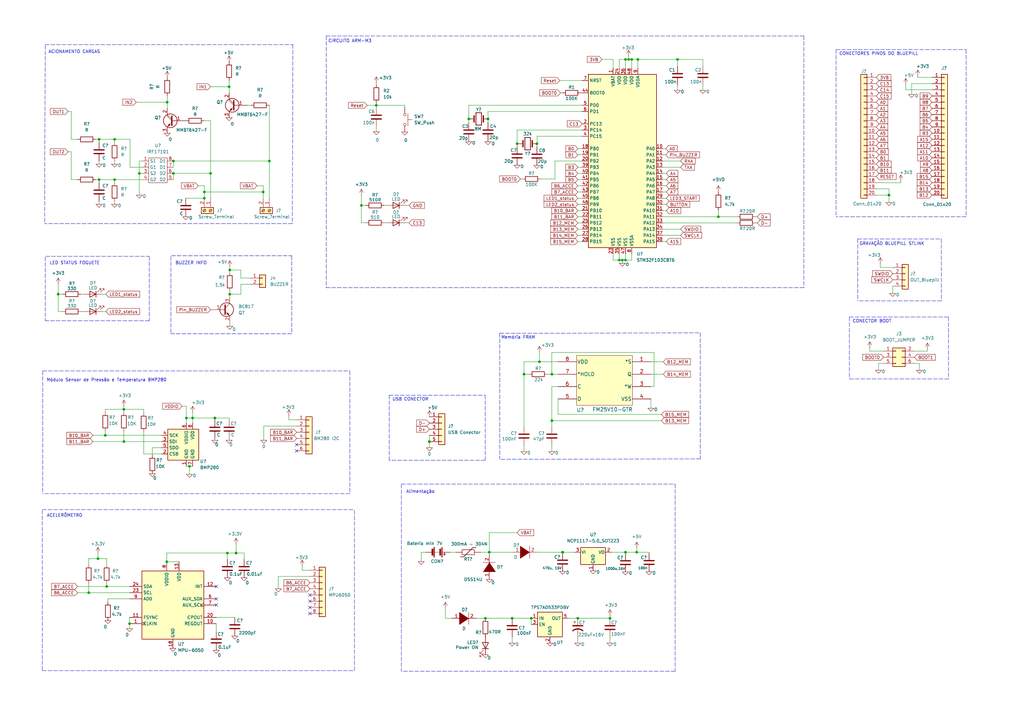
<source format=kicad_sch>
(kicad_sch (version 20211123) (generator eeschema)
  (paper "A3")
  (junction (at 50.8 181.102))
  (junction (at 94.234 120.65))
  (junction (at 261.62 24.384))
  (junction (at 176.0982 181.1274))
  (junction (at 277.876 24.384))
  (junction (at 212.09 58.928))
  (junction (at 250.19 253.5936))
  (junction (at 40.64 57.15))
  (junction (at 294.64 88.9))
  (junction (at 214.9094 153.4668))
  (junction (at 40.1828 229.108))
  (junction (at 110.49 66.04))
  (junction (at 94.234 110.744))
  (junction (at 86.36 71.12))
  (junction (at 88.138 171.45))
  (junction (at 261.1374 226.4918))
  (junction (at 256.54 226.4918))
  (junction (at 226.3394 172.5168))
  (junction (at 364.617 80.01))
  (junction (at 221.2594 148.3868))
  (junction (at 200.6854 226.4918))
  (junction (at 148.2344 84.2518))
  (junction (at 83.82 78.74))
  (junction (at 257.81 24.384))
  (junction (at 40.64 73.66))
  (junction (at 192.278 48.768))
  (junction (at 230.7336 226.4918))
  (junction (at 77.724 191.262))
  (junction (at 57.15 71.12))
  (junction (at 43.7388 240.538))
  (junction (at 255.27 106.68))
  (junction (at 71.12 71.12))
  (junction (at 230.759 226.4918))
  (junction (at 83.82 81.28))
  (junction (at 96.8248 226.822))
  (junction (at 256.54 24.384))
  (junction (at 220.218 58.928))
  (junction (at 200.152 48.768))
  (junction (at 53.1368 255.778))
  (junction (at 43.18 178.562))
  (junction (at 68.3768 230.378))
  (junction (at 46.99 73.66))
  (junction (at 107.95 78.74))
  (junction (at 254 106.68))
  (junction (at 76.454 171.45))
  (junction (at 71.12 66.04))
  (junction (at 78.994 171.45))
  (junction (at 176.1236 181.1274))
  (junction (at 154.3558 43.2054))
  (junction (at 199.0852 253.5936))
  (junction (at 259.08 24.384))
  (junction (at 23.876 120.65))
  (junction (at 236.982 253.5936))
  (junction (at 226.3394 153.4668))
  (junction (at 93.98 35.56))
  (junction (at 68.58 41.91))
  (junction (at 256.54 106.68))
  (junction (at 36.3728 243.078))
  (junction (at 93.2688 226.822))
  (junction (at 217.932 253.5936))
  (junction (at 50.8 167.894))
  (junction (at 46.99 57.15))
  (junction (at 210.058 253.5936))
  (no_connect (at 88.6968 240.538))
  (no_connect (at 127.1016 251.6632))
  (no_connect (at 121.666 184.912))
  (no_connect (at 127.1016 249.1232))
  (no_connect (at 127.1016 246.5832))
  (no_connect (at 88.6968 245.618))
  (no_connect (at 121.666 182.372))
  (no_connect (at 88.6968 248.158))
  (no_connect (at 127.1016 244.0432))
  (wire (pts (xy 121.666 172.212) (xy 118.491 172.212)))
  (wire (pts (xy 220.218 58.928) (xy 220.2688 58.9026)))
  (wire (pts (xy 200.152 48.768) (xy 200.152 50.292)))
  (wire (pts (xy 46.99 57.15) (xy 46.99 58.42)))
  (wire (pts (xy 83.82 78.74) (xy 83.82 76.2)))
  (wire (pts (xy 98.806 116.586) (xy 102.616 116.586)))
  (wire (pts (xy 40.64 73.66) (xy 40.64 74.93)))
  (wire (pts (xy 261.62 24.384) (xy 277.876 24.384)))
  (wire (pts (xy 166.0398 43.9674) (xy 166.0398 43.2054)))
  (wire (pts (xy 229.616 33.02) (xy 238.76 33.02)))
  (wire (pts (xy 83.82 81.28) (xy 76.2 81.28)))
  (wire (pts (xy 46.99 73.66) (xy 40.64 73.66)))
  (wire (pts (xy 236.982 73.66) (xy 238.76 73.66)))
  (polyline (pts (xy 133.7818 14.7574) (xy 329.7174 14.7574)))
  (wire (pts (xy 273.304 86.36) (xy 271.78 86.36)))
  (polyline (pts (xy 276.8854 275.2852) (xy 164.6428 275.2852)))
  (wire (pts (xy 197.1294 226.4918) (xy 200.6854 226.4918)))
  (wire (pts (xy 29.21 57.15) (xy 29.21 45.72)))
  (wire (pts (xy 43.18 167.894) (xy 50.8 167.894)))
  (wire (pts (xy 98.806 116.586) (xy 98.806 120.65)))
  (wire (pts (xy 93.98 171.45) (xy 88.138 171.45)))
  (wire (pts (xy 255.27 106.68) (xy 255.27 107.95)))
  (wire (pts (xy 214.9094 153.4668) (xy 214.9094 175.0568)))
  (wire (pts (xy 31.75 57.15) (xy 29.21 57.15)))
  (wire (pts (xy 83.82 76.2) (xy 81.28 76.2)))
  (wire (pts (xy 236.982 63.5) (xy 238.76 63.5)))
  (wire (pts (xy 360.3244 149.0726) (xy 360.3244 151.8666)))
  (wire (pts (xy 68.3768 226.822) (xy 93.2688 226.822)))
  (wire (pts (xy 57.15 66.04) (xy 57.15 71.12)))
  (polyline (pts (xy 145.3896 275.0312) (xy 145.3896 208.9912)))
  (wire (pts (xy 200.6854 218.44) (xy 212.09 218.44)))
  (wire (pts (xy 154.3558 42.3164) (xy 154.3558 43.2054)))
  (wire (pts (xy 23.876 120.65) (xy 23.876 127.762)))
  (wire (pts (xy 210.058 261.2136) (xy 210.058 263.7536)))
  (wire (pts (xy 220.2688 55.8546) (xy 220.2688 58.9026)))
  (wire (pts (xy 254 27.94) (xy 254 24.384)))
  (wire (pts (xy 166.2684 84.2518) (xy 167.7924 84.2518)))
  (polyline (pts (xy 61.214 105.156) (xy 61.214 131.572)))
  (wire (pts (xy 230.7336 226.4918) (xy 230.7336 226.7204)))
  (wire (pts (xy 71.12 66.04) (xy 71.12 68.58)))
  (wire (pts (xy 266.9794 158.5468) (xy 268.2494 158.5468)))
  (wire (pts (xy 238.76 66.04) (xy 227.6348 66.04)))
  (wire (pts (xy 250.19 261.2136) (xy 250.19 263.7536)))
  (wire (pts (xy 309.88 88.9) (xy 310.642 88.9)))
  (wire (pts (xy 88.138 171.45) (xy 88.138 172.212)))
  (polyline (pts (xy 143.51 202.438) (xy 17.526 202.438)))
  (wire (pts (xy 53.34 57.15) (xy 53.34 68.58)))
  (wire (pts (xy 236.982 78.74) (xy 238.76 78.74)))
  (wire (pts (xy 236.982 76.2) (xy 238.76 76.2)))
  (wire (pts (xy 294.64 86.36) (xy 294.64 88.9)))
  (wire (pts (xy 107.95 76.2) (xy 105.41 76.2)))
  (wire (pts (xy 27.94 45.72) (xy 29.21 45.72)))
  (polyline (pts (xy 119.634 136.906) (xy 70.104 136.906)))
  (wire (pts (xy 98.806 114.046) (xy 98.806 110.744)))
  (wire (pts (xy 76.454 166.624) (xy 74.676 166.624)))
  (wire (pts (xy 376.428 31.75) (xy 382.27 31.75)))
  (wire (pts (xy 375.0564 143.9926) (xy 380.3904 143.9926)))
  (wire (pts (xy 251.46 27.94) (xy 251.46 24.384)))
  (wire (pts (xy 43.18 178.562) (xy 38.1 178.562)))
  (wire (pts (xy 154.3558 51.8414) (xy 154.3558 54.0004)))
  (wire (pts (xy 217.932 253.5936) (xy 217.932 256.1336)))
  (wire (pts (xy 256.54 226.4918) (xy 256.54 226.949)))
  (wire (pts (xy 176.1236 183.6674) (xy 176.1236 181.1274)))
  (polyline (pts (xy 287.1978 188.214) (xy 205.0034 188.3918)))
  (wire (pts (xy 256.54 27.94) (xy 256.54 24.384)))
  (wire (pts (xy 58.928 177.038) (xy 58.928 186.182)))
  (wire (pts (xy 254 24.384) (xy 256.54 24.384)))
  (wire (pts (xy 213.4362 73.406) (xy 214.1982 73.406)))
  (polyline (pts (xy 133.7818 14.7066) (xy 133.7818 117.9576)))
  (polyline (pts (xy 18.542 18.542) (xy 18.288 91.694)))
  (wire (pts (xy 200.6854 227.5078) (xy 200.6854 226.4918)))
  (wire (pts (xy 36.3728 231.648) (xy 36.3728 229.108)))
  (polyline (pts (xy 17.526 152.146) (xy 143.51 152.146)))
  (wire (pts (xy 288.29 24.384) (xy 288.29 27.178)))
  (wire (pts (xy 93.98 35.56) (xy 93.98 38.1)))
  (wire (pts (xy 57.15 71.12) (xy 57.15 80.01)))
  (wire (pts (xy 271.78 88.9) (xy 294.64 88.9)))
  (wire (pts (xy 25.654 120.65) (xy 23.876 120.65)))
  (wire (pts (xy 184.6834 226.4918) (xy 186.9694 226.4918)))
  (wire (pts (xy 200.6854 218.44) (xy 200.6854 226.4918)))
  (polyline (pts (xy 342.9 20.32) (xy 396.24 20.32)))
  (polyline (pts (xy 17.526 152.146) (xy 17.526 202.438)))
  (wire (pts (xy 58.928 167.894) (xy 58.928 169.418)))
  (wire (pts (xy 371.475 36.83) (xy 371.475 34.671)))
  (wire (pts (xy 236.982 91.44) (xy 238.76 91.44)))
  (wire (pts (xy 256.54 106.68) (xy 259.08 106.68)))
  (wire (pts (xy 94.234 133.858) (xy 94.234 132.08)))
  (wire (pts (xy 254 106.68) (xy 255.27 106.68)))
  (wire (pts (xy 288.29 34.798) (xy 288.29 37.084)))
  (wire (pts (xy 236.982 96.52) (xy 238.76 96.52)))
  (wire (pts (xy 246.888 24.384) (xy 251.46 24.384)))
  (wire (pts (xy 94.234 120.65) (xy 94.234 119.38)))
  (wire (pts (xy 50.8 181.102) (xy 38.1 181.102)))
  (wire (pts (xy 226.3394 144.5768) (xy 226.3394 153.4668)))
  (wire (pts (xy 27.94 62.23) (xy 29.21 62.23)))
  (polyline (pts (xy 159.6136 162.0774) (xy 198.9836 162.0774)))
  (wire (pts (xy 86.36 127) (xy 86.614 127)))
  (wire (pts (xy 71.12 71.12) (xy 71.12 73.66)))
  (polyline (pts (xy 329.7174 117.9576) (xy 133.7818 117.9576)))
  (wire (pts (xy 78.994 169.164) (xy 78.994 171.45)))
  (wire (pts (xy 195.4276 253.619) (xy 199.0852 253.5936)))
  (wire (pts (xy 236.982 71.12) (xy 238.76 71.12)))
  (polyline (pts (xy 396.24 20.32) (xy 396.24 88.9)))
  (wire (pts (xy 259.08 106.68) (xy 259.08 104.14)))
  (wire (pts (xy 226.3394 158.5468) (xy 228.8794 158.5468)))
  (wire (pts (xy 220.3958 226.4664) (xy 230.7336 226.4918)))
  (wire (pts (xy 227.6348 73.406) (xy 221.8182 73.406)))
  (wire (pts (xy 273.304 83.82) (xy 271.78 83.82)))
  (polyline (pts (xy 17.3736 208.9912) (xy 145.3896 208.9912)))
  (wire (pts (xy 250.8758 226.4918) (xy 256.54 226.4918)))
  (polyline (pts (xy 287.1978 136.525) (xy 287.1978 188.214)))
  (wire (pts (xy 226.3394 175.0568) (xy 226.3394 172.5168)))
  (polyline (pts (xy 198.9836 188.7474) (xy 159.6136 188.7474)))
  (wire (pts (xy 236.982 253.5936) (xy 250.19 253.5936)))
  (polyline (pts (xy 198.9836 162.0774) (xy 198.9836 188.7474)))
  (wire (pts (xy 272.0594 153.4668) (xy 266.9794 153.4668)))
  (wire (pts (xy 176.1236 178.5874) (xy 176.1236 181.1274)))
  (wire (pts (xy 185.2676 253.619) (xy 182.6768 253.619)))
  (wire (pts (xy 43.7388 240.538) (xy 53.1368 240.538)))
  (wire (pts (xy 266.2174 226.4918) (xy 261.1374 226.4918)))
  (wire (pts (xy 210.058 253.5936) (xy 217.932 253.5936)))
  (polyline (pts (xy 159.6136 162.0774) (xy 159.6136 188.7474)))
  (wire (pts (xy 78.994 171.45) (xy 88.138 171.45)))
  (wire (pts (xy 277.876 24.384) (xy 277.876 27.178)))
  (wire (pts (xy 150.5458 43.2054) (xy 154.3558 43.2054)))
  (wire (pts (xy 192.278 48.768) (xy 192.532 48.768)))
  (wire (pts (xy 76.454 166.624) (xy 76.454 171.45)))
  (wire (pts (xy 257.81 24.384) (xy 259.08 24.384)))
  (wire (pts (xy 377.0884 149.0726) (xy 377.0884 151.8666)))
  (wire (pts (xy 40.64 82.55) (xy 40.64 83.82)))
  (wire (pts (xy 261.1374 224.8662) (xy 261.1374 226.4918)))
  (wire (pts (xy 71.12 71.12) (xy 86.36 71.12)))
  (polyline (pts (xy 205.0034 136.7028) (xy 287.1978 136.525)))
  (wire (pts (xy 271.2974 169.9768) (xy 228.8794 169.9768)))
  (polyline (pts (xy 329.7174 14.7574) (xy 329.7174 117.9576)))
  (wire (pts (xy 62.484 183.642) (xy 66.294 183.642)))
  (wire (pts (xy 108.204 174.752) (xy 108.204 180.594)))
  (wire (pts (xy 31.8008 243.078) (xy 36.3728 243.078)))
  (wire (pts (xy 221.2594 148.3868) (xy 228.8794 148.3868)))
  (wire (pts (xy 94.234 110.744) (xy 94.234 111.76)))
  (polyline (pts (xy 18.542 105.41) (xy 18.542 131.572)))
  (polyline (pts (xy 143.51 152.146) (xy 143.51 202.438)))
  (wire (pts (xy 40.64 66.04) (xy 40.64 67.31)))
  (wire (pts (xy 43.18 178.562) (xy 66.294 178.562)))
  (wire (pts (xy 356.7684 143.9926) (xy 362.3564 143.9926)))
  (wire (pts (xy 127.1016 236.4232) (xy 114.1476 236.4232)))
  (wire (pts (xy 71.12 66.04) (xy 110.49 66.04)))
  (wire (pts (xy 238.76 53.34) (xy 212.09 53.34)))
  (polyline (pts (xy 119.634 104.902) (xy 119.634 136.906)))
  (wire (pts (xy 192.278 48.768) (xy 192.278 50.292)))
  (wire (pts (xy 361.0864 108.1786) (xy 361.0864 109.7026)))
  (wire (pts (xy 309.88 91.44) (xy 310.642 91.44)))
  (wire (pts (xy 256.54 24.384) (xy 257.81 24.384)))
  (wire (pts (xy 50.8 176.784) (xy 50.8 181.102)))
  (wire (pts (xy 76.454 171.45) (xy 78.994 171.45)))
  (wire (pts (xy 46.99 82.55) (xy 46.99 83.82)))
  (wire (pts (xy 273.304 73.66) (xy 271.78 73.66)))
  (wire (pts (xy 96.8248 226.822) (xy 100.1268 226.822)))
  (polyline (pts (xy 18.542 18.288) (xy 120.142 18.288)))
  (wire (pts (xy 266.9794 167.4368) (xy 266.9794 163.6268)))
  (wire (pts (xy 107.95 78.74) (xy 107.95 76.2)))
  (wire (pts (xy 277.876 24.384) (xy 288.29 24.384)))
  (wire (pts (xy 236.982 81.28) (xy 238.76 81.28)))
  (wire (pts (xy 192.278 57.912) (xy 192.278 58.1152)))
  (wire (pts (xy 227.6348 66.04) (xy 227.6348 73.406)))
  (wire (pts (xy 166.2684 91.3638) (xy 167.7924 91.3638)))
  (wire (pts (xy 192.278 43.18) (xy 192.278 48.768)))
  (wire (pts (xy 102.616 114.046) (xy 98.806 114.046)))
  (polyline (pts (xy 396.24 88.9) (xy 342.9 88.9)))
  (wire (pts (xy 229.87 38.1) (xy 230.632 38.1)))
  (wire (pts (xy 364.617 80.01) (xy 359.41 80.01)))
  (wire (pts (xy 254 104.14) (xy 254 106.68)))
  (wire (pts (xy 110.49 43.18) (xy 110.49 66.04)))
  (wire (pts (xy 101.6 43.18) (xy 102.87 43.18)))
  (wire (pts (xy 221.2594 148.3868) (xy 221.2594 144.5768)))
  (wire (pts (xy 200.152 57.912) (xy 200.152 58.1152)))
  (wire (pts (xy 212.09 58.928) (xy 212.598 58.928)))
  (wire (pts (xy 46.99 57.15) (xy 53.34 57.15)))
  (wire (pts (xy 273.304 71.12) (xy 271.78 71.12)))
  (wire (pts (xy 93.2688 226.822) (xy 96.8248 226.822)))
  (wire (pts (xy 40.64 57.15) (xy 40.64 58.42)))
  (wire (pts (xy 23.876 120.65) (xy 23.876 116.586)))
  (wire (pts (xy 212.09 58.928) (xy 212.09 60.1472)))
  (wire (pts (xy 200.152 45.72) (xy 238.76 45.72)))
  (wire (pts (xy 78.994 171.45) (xy 78.994 173.482)))
  (wire (pts (xy 46.99 66.04) (xy 46.99 67.31)))
  (wire (pts (xy 174.5234 226.4918) (xy 172.7454 226.4918)))
  (wire (pts (xy 88.6968 255.778) (xy 88.6968 259.08)))
  (wire (pts (xy 100.1268 226.822) (xy 100.1268 229.362)))
  (wire (pts (xy 57.15 66.04) (xy 58.42 66.04)))
  (polyline (pts (xy 342.9 20.32) (xy 342.9 88.9)))
  (wire (pts (xy 366.1664 117.3226) (xy 366.1664 120.3706)))
  (polyline (pts (xy 389.0264 130.0226) (xy 389.0264 155.4226)))
  (wire (pts (xy 76.454 171.45) (xy 76.454 173.482)))
  (wire (pts (xy 93.98 179.832) (xy 93.98 180.594)))
  (polyline (pts (xy 70.104 105.156) (xy 70.104 136.906)))
  (wire (pts (xy 93.2688 229.362) (xy 93.2688 226.822)))
  (wire (pts (xy 58.42 68.58) (xy 53.34 68.58)))
  (wire (pts (xy 364.617 80.01) (xy 364.617 83.058)))
  (wire (pts (xy 251.46 104.14) (xy 251.46 106.68)))
  (wire (pts (xy 228.8794 169.9768) (xy 228.8794 163.6268)))
  (wire (pts (xy 58.42 73.66) (xy 46.99 73.66)))
  (wire (pts (xy 83.82 49.53) (xy 86.36 49.53)))
  (wire (pts (xy 268.2494 144.5768) (xy 226.3394 144.5768)))
  (polyline (pts (xy 18.796 105.156) (xy 61.214 105.156)))
  (wire (pts (xy 86.36 49.53) (xy 86.36 71.12)))
  (wire (pts (xy 359.41 77.47) (xy 364.617 77.47)))
  (wire (pts (xy 86.36 71.12) (xy 86.36 81.28)))
  (wire (pts (xy 77.724 191.262) (xy 76.454 191.262)))
  (wire (pts (xy 199.0852 253.5936) (xy 210.058 253.5936)))
  (wire (pts (xy 118.491 172.212) (xy 118.491 170.561)))
  (polyline (pts (xy 164.6936 198.5264) (xy 276.8854 198.5264)))
  (wire (pts (xy 98.806 120.65) (xy 94.234 120.65)))
  (wire (pts (xy 68.3768 226.822) (xy 68.3768 230.378)))
  (wire (pts (xy 220.218 58.928) (xy 220.218 60.2234)))
  (wire (pts (xy 157.6324 91.3638) (xy 158.6484 91.3638)))
  (wire (pts (xy 216.9414 153.4668) (xy 214.9094 153.4668)))
  (wire (pts (xy 199.0852 260.9596) (xy 199.0852 261.2136)))
  (wire (pts (xy 43.7388 239.268) (xy 43.7388 240.538)))
  (wire (pts (xy 31.8008 240.538) (xy 43.7388 240.538)))
  (polyline (pts (xy 61.214 131.572) (xy 18.542 131.572)))
  (wire (pts (xy 154.3558 34.6964) (xy 154.3558 34.0614)))
  (polyline (pts (xy 17.3736 209.2452) (xy 17.3736 275.0312)))
  (polyline (pts (xy 119.888 91.694) (xy 18.288 91.694)))
  (wire (pts (xy 376.428 31.242) (xy 376.428 31.75)))
  (wire (pts (xy 182.6768 253.619) (xy 182.6768 249.5804)))
  (wire (pts (xy 277.876 34.798) (xy 277.876 37.084)))
  (wire (pts (xy 271.78 68.58) (xy 279.146 68.58)))
  (wire (pts (xy 83.82 81.28) (xy 83.82 78.74)))
  (wire (pts (xy 226.3394 172.5168) (xy 226.3394 158.5468)))
  (wire (pts (xy 55.88 41.91) (xy 68.58 41.91)))
  (wire (pts (xy 43.7388 231.648) (xy 43.7388 229.108)))
  (polyline (pts (xy 164.6428 198.6026) (xy 164.6428 275.2852)))
  (wire (pts (xy 41.91 127.762) (xy 43.434 127.762)))
  (wire (pts (xy 93.98 33.02) (xy 93.98 35.56)))
  (wire (pts (xy 226.3394 185.2168) (xy 226.3394 182.6768)))
  (wire (pts (xy 77.724 191.262) (xy 78.994 191.262)))
  (wire (pts (xy 176.1236 181.1274) (xy 176.0982 181.1274)))
  (wire (pts (xy 157.6324 84.2518) (xy 158.6484 84.2518)))
  (polyline (pts (xy 386.1054 98.0186) (xy 386.1054 123.4186)))
  (wire (pts (xy 86.36 35.56) (xy 93.98 35.56)))
  (polyline (pts (xy 276.8854 198.5264) (xy 276.8854 275.2852)))
  (wire (pts (xy 200.6854 226.4918) (xy 210.2358 226.4664)))
  (wire (pts (xy 107.95 81.28) (xy 107.95 78.74)))
  (wire (pts (xy 273.304 76.2) (xy 271.78 76.2)))
  (wire (pts (xy 108.204 174.752) (xy 121.666 174.752)))
  (wire (pts (xy 364.617 77.47) (xy 364.617 80.01)))
  (wire (pts (xy 154.3558 43.2054) (xy 154.3558 44.2214)))
  (wire (pts (xy 83.82 78.74) (xy 107.95 78.74)))
  (polyline (pts (xy 389.0264 155.4226) (xy 348.3864 155.4226)))
  (wire (pts (xy 371.475 36.83) (xy 382.27 36.83)))
  (wire (pts (xy 224.5614 153.4668) (xy 226.3394 153.4668)))
  (wire (pts (xy 273.05 60.96) (xy 271.78 60.96)))
  (wire (pts (xy 50.8 167.894) (xy 58.928 167.894)))
  (wire (pts (xy 228.8794 153.4668) (xy 226.3394 153.4668)))
  (wire (pts (xy 58.928 186.182) (xy 66.294 186.182)))
  (wire (pts (xy 50.8 181.102) (xy 66.294 181.102)))
  (wire (pts (xy 230.759 226.4918) (xy 230.7336 226.4918)))
  (wire (pts (xy 271.78 93.98) (xy 279.146 93.98)))
  (wire (pts (xy 373.888 34.29) (xy 382.27 34.29)))
  (wire (pts (xy 214.9094 148.3868) (xy 214.9094 153.4668)))
  (wire (pts (xy 68.3768 230.378) (xy 73.4568 230.378)))
  (wire (pts (xy 114.1476 236.4232) (xy 114.1476 241.5032)))
  (wire (pts (xy 361.0864 109.7026) (xy 366.1664 109.7026)))
  (wire (pts (xy 212.09 53.34) (xy 212.09 58.928)))
  (wire (pts (xy 53.1368 257.81) (xy 53.1368 255.778)))
  (wire (pts (xy 150.0124 84.2518) (xy 148.2344 84.2518)))
  (wire (pts (xy 44.2468 245.618) (xy 44.2468 246.888)))
  (polyline (pts (xy 120.142 18.288) (xy 119.888 91.694)))
  (wire (pts (xy 236.982 86.36) (xy 238.76 86.36)))
  (polyline (pts (xy 351.8154 98.0186) (xy 386.1054 98.0186)))
  (wire (pts (xy 251.46 106.68) (xy 254 106.68)))
  (wire (pts (xy 98.806 110.744) (xy 94.234 110.744)))
  (wire (pts (xy 214.9094 185.2168) (xy 214.9094 182.6768)))
  (wire (pts (xy 236.982 83.82) (xy 238.76 83.82)))
  (wire (pts (xy 256.54 104.14) (xy 256.54 106.68)))
  (wire (pts (xy 36.3728 243.078) (xy 36.3728 239.268)))
  (wire (pts (xy 36.3728 229.108) (xy 40.1828 229.108)))
  (wire (pts (xy 380.3904 143.9926) (xy 380.3904 143.2306)))
  (wire (pts (xy 236.982 68.58) (xy 238.76 68.58)))
  (wire (pts (xy 238.252 38.1) (xy 238.76 38.1)))
  (wire (pts (xy 236.982 261.2136) (xy 236.982 263.7536)))
  (wire (pts (xy 369.443 74.295) (xy 369.443 74.93)))
  (wire (pts (xy 88.6968 253.238) (xy 96.3168 253.238)))
  (wire (pts (xy 43.18 167.894) (xy 43.18 169.164)))
  (wire (pts (xy 53.1368 245.618) (xy 44.2468 245.618)))
  (wire (pts (xy 77.724 194.564) (xy 77.724 191.262)))
  (wire (pts (xy 46.99 73.66) (xy 46.99 74.93)))
  (wire (pts (xy 200.152 45.72) (xy 200.152 48.768)))
  (wire (pts (xy 294.64 88.9) (xy 302.26 88.9)))
  (wire (pts (xy 148.2344 84.2518) (xy 148.2344 91.3638)))
  (wire (pts (xy 221.2594 148.3868) (xy 214.9094 148.3868)))
  (wire (pts (xy 236.982 60.96) (xy 238.76 60.96)))
  (wire (pts (xy 46.99 57.15) (xy 40.64 57.15)))
  (wire (pts (xy 236.982 99.06) (xy 238.76 99.06)))
  (wire (pts (xy 62.484 183.642) (xy 62.484 186.69)))
  (wire (pts (xy 94.234 120.65) (xy 94.234 121.92)))
  (wire (pts (xy 172.7454 226.4918) (xy 172.7454 230.3018)))
  (wire (pts (xy 39.37 57.15) (xy 40.64 57.15)))
  (wire (pts (xy 68.58 41.91) (xy 68.58 44.45)))
  (wire (pts (xy 259.08 27.94) (xy 259.08 24.384)))
  (wire (pts (xy 273.05 63.5) (xy 271.78 63.5)))
  (wire (pts (xy 236.982 88.9) (xy 238.76 88.9)))
  (polyline (pts (xy 348.3864 130.0226) (xy 389.0264 130.0226)))
  (wire (pts (xy 33.274 120.65) (xy 34.29 120.65)))
  (wire (pts (xy 362.3564 149.0726) (xy 360.3244 149.0726)))
  (wire (pts (xy 255.27 106.68) (xy 256.54 106.68)))
  (wire (pts (xy 271.78 91.44) (xy 302.26 91.44)))
  (polyline (pts (xy 386.1054 123.4186) (xy 351.8154 123.4186)))
  (wire (pts (xy 39.37 73.66) (xy 40.64 73.66)))
  (wire (pts (xy 110.49 66.04) (xy 110.49 81.28)))
  (wire (pts (xy 50.8 167.894) (xy 50.8 169.164)))
  (wire (pts (xy 40.1828 229.108) (xy 40.1828 227.076)))
  (wire (pts (xy 259.08 24.384) (xy 261.62 24.384)))
  (polyline (pts (xy 348.3864 130.0226) (xy 348.3864 155.4226)))
  (wire (pts (xy 273.304 99.06) (xy 271.78 99.06)))
  (wire (pts (xy 53.1368 243.078) (xy 36.3728 243.078)))
  (wire (pts (xy 25.654 127.762) (xy 23.876 127.762)))
  (wire (pts (xy 150.0124 91.3638) (xy 148.2344 91.3638)))
  (wire (pts (xy 41.91 120.65) (xy 43.434 120.65)))
  (wire (pts (xy 192.278 43.18) (xy 238.76 43.18)))
  (wire (pts (xy 233.172 253.5936) (xy 236.982 253.5936)))
  (wire (pts (xy 356.7684 142.7226) (xy 356.7684 143.9926)))
  (wire (pts (xy 373.888 34.29) (xy 373.888 38.735)))
  (polyline (pts (xy 17.3736 275.0312) (xy 145.3896 275.0312)))
  (wire (pts (xy 88.138 179.832) (xy 88.138 180.594)))
  (wire (pts (xy 271.2974 172.5168) (xy 226.3394 172.5168)))
  (wire (pts (xy 230.759 226.4918) (xy 235.6358 226.4918)))
  (wire (pts (xy 96.8248 223.266) (xy 96.8248 226.822)))
  (wire (pts (xy 375.0564 149.0726) (xy 377.0884 149.0726)))
  (wire (pts (xy 220.2688 55.8546) (xy 238.76 55.88)))
  (polyline (pts (xy 351.8154 98.0186) (xy 351.8154 123.4186)))
  (wire (pts (xy 261.1374 226.4918) (xy 256.54 226.4918)))
  (wire (pts (xy 250.19 253.5936) (xy 250.19 252.5776)))
  (wire (pts (xy 43.7388 229.108) (xy 40.1828 229.108)))
  (wire (pts (xy 57.15 71.12) (xy 58.42 71.12)))
  (wire (pts (xy 94.234 109.474) (xy 94.234 110.744)))
  (wire (pts (xy 272.0594 148.3868) (xy 266.9794 148.3868)))
  (wire (pts (xy 68.58 39.37) (xy 68.58 41.91)))
  (wire (pts (xy 271.78 96.52) (xy 279.146 96.52)))
  (wire (pts (xy 268.2494 158.5468) (xy 268.2494 144.5768)))
  (wire (pts (xy 166.0398 43.2054) (xy 154.3558 43.2054)))
  (wire (pts (xy 257.81 23.114) (xy 257.81 24.384)))
  (wire (pts (xy 50.8 166.624) (xy 50.8 167.894)))
  (wire (pts (xy 369.443 74.93) (xy 359.41 74.93)))
  (wire (pts (xy 123.9266 233.8832) (xy 123.9266 232.2322)))
  (wire (pts (xy 236.982 93.98) (xy 238.76 93.98)))
  (wire (pts (xy 266.2174 226.8982) (xy 266.2174 226.4918)))
  (wire (pts (xy 261.62 24.384) (xy 261.62 27.94)))
  (wire (pts (xy 33.274 127.762) (xy 34.29 127.762)))
  (wire (pts (xy 93.98 172.212) (xy 93.98 171.45)))
  (wire (pts (xy 43.18 176.784) (xy 43.18 178.562)))
  (wire (pts (xy 148.2344 84.2518) (xy 148.2344 80.1878)))
  (polyline (pts (xy 70.358 104.902) (xy 119.634 104.902)))
  (wire (pts (xy 273.304 81.28) (xy 271.78 81.28)))
  (wire (pts (xy 127.1016 233.8832) (xy 123.9266 233.8832)))
  (wire (pts (xy 31.75 73.66) (xy 29.21 73.66)))
  (wire (pts (xy 273.304 78.74) (xy 271.78 78.74)))
  (wire (pts (xy 29.21 73.66) (xy 29.21 62.23)))
  (wire (pts (xy 271.78 66.04) (xy 279.146 66.04)))
  (polyline (pts (xy 205.0034 136.7028) (xy 205.0034 188.3918)))
  (wire (pts (xy 53.1368 253.238) (xy 53.1368 255.778)))
  (text "Memória FRAM" (at 205.5114 139.2428 0) (effects (font (size 1.27 1.27)) (justify left bottom)))
  (text "CONECTORES PINOS DO BLUEPILL " (at 344.17 22.86 0) (effects (font (size 1.27 1.27)) (justify left bottom)))
  (text "CIRCUITO ARM-M3\n" (at 134.5946 17.653 0) (effects (font (size 1.27 1.27)) (justify left bottom)))
  (text "LED STATUS FOGUETE" (at 20.32 108.712 0) (effects (font (size 1.27 1.27)) (justify left bottom)))
  (text "Alimentação" (at 166.5732 202.4888 0) (effects (font (size 1.27 1.27)) (justify left bottom)))
  (text "GRAVAÇÃO BLUEPILL STLINK" (at 352.4504 100.8126 0) (effects (font (size 1.27 1.27)) (justify left bottom)))
  (text "ACELERÔMETRO" (at 19.1516 212.2932 0) (effects (font (size 1.27 1.27)) (justify left bottom)))
  (text "BUZZER INFO\n" (at 71.882 108.712 0) (effects (font (size 1.27 1.27)) (justify left bottom)))
  (text "CONECTOR BOOT" (at 349.6564 132.5626 0) (effects (font (size 1.27 1.27)) (justify left bottom)))
  (text "ACIONAMENTO CARGAS\n" (at 19.812 22.098 0) (effects (font (size 1.27 1.27)) (justify left bottom)))
  (text "Módulo Sensor de Pressão e Temperatura BMP280" (at 19.05 156.718 0) (effects (font (size 1.27 1.27)) (justify left bottom)))
  (text "USB CONECTOR" (at 160.8836 164.6174 0) (effects (font (size 1.27 1.27)) (justify left bottom)))
  (global_label "A4" (shape input) (at 273.304 71.12 0) (property "Intersheet References" "${INTERSHEET_REFS}" (effects hide)))
  (global_label "B7_ACCE" (shape input) (at 127.1016 241.5032 180) (property "Intersheet References" "${INTERSHEET_REFS}" (effects hide)))
  (global_label "A10" (shape input) (at 382.27 64.77 180) (property "Intersheet References" "${INTERSHEET_REFS}" (effects hide)))
  (global_label "A8" (shape input) (at 382.27 69.85 180) (property "Intersheet References" "${INTERSHEET_REFS}" (effects hide)))
  (global_label "A12" (shape input) (at 382.27 59.69 180) (property "Intersheet References" "${INTERSHEET_REFS}" (effects hide)))
  (global_label "A10" (shape input) (at 273.304 86.36 0) (property "Intersheet References" "${INTERSHEET_REFS}" (effects hide)))
  (global_label "VBAT" (shape input) (at 212.09 218.44 0) (property "Intersheet References" "${INTERSHEET_REFS}" (effects hide)))
  (global_label "SWCLK" (shape input) (at 366.1664 114.7826 180) (property "Intersheet References" "${INTERSHEET_REFS}" (effects hide)))
  (global_label "B0" (shape input) (at 359.41 62.23 0) (property "Intersheet References" "${INTERSHEET_REFS}" (effects hide)))
  (global_label "A6" (shape input) (at 273.304 76.2 0) (property "Intersheet References" "${INTERSHEET_REFS}" (effects hide)))
  (global_label "C13" (shape input) (at 167.7924 91.3638 0) (property "Intersheet References" "${INTERSHEET_REFS}" (effects hide)))
  (global_label "SWDIO" (shape input) (at 279.146 93.98 0) (property "Intersheet References" "${INTERSHEET_REFS}" (effects hide)))
  (global_label "B11_BAR" (shape input) (at 38.1 181.102 180) (property "Intersheet References" "${INTERSHEET_REFS}" (effects hide)))
  (global_label "GND" (shape input) (at 167.7924 84.2518 0) (property "Intersheet References" "${INTERSHEET_REFS}" (effects hide)))
  (global_label "A5" (shape input) (at 273.304 73.66 0) (property "Intersheet References" "${INTERSHEET_REFS}" (effects hide)))
  (global_label "A4" (shape input) (at 359.41 52.07 0) (property "Intersheet References" "${INTERSHEET_REFS}" (effects hide)))
  (global_label "B14_MEM" (shape input) (at 236.982 96.52 180) (property "Intersheet References" "${INTERSHEET_REFS}" (effects hide)))
  (global_label "A2" (shape input) (at 359.41 46.99 0) (property "Intersheet References" "${INTERSHEET_REFS}" (effects hide)))
  (global_label "A7" (shape input) (at 359.41 59.69 0) (property "Intersheet References" "${INTERSHEET_REFS}" (effects hide)))
  (global_label "B14" (shape input) (at 382.27 74.93 180) (property "Intersheet References" "${INTERSHEET_REFS}" (effects hide)))
  (global_label "RXA" (shape input) (at 279.146 66.04 0) (property "Intersheet References" "${INTERSHEET_REFS}" (effects hide)))
  (global_label "IN1" (shape input) (at 86.36 35.56 180) (property "Intersheet References" "${INTERSHEET_REFS}" (effects hide)))
  (global_label "B12" (shape input) (at 382.27 80.01 180) (property "Intersheet References" "${INTERSHEET_REFS}" (effects hide)))
  (global_label "B10" (shape input) (at 359.41 67.31 0) (property "Intersheet References" "${INTERSHEET_REFS}" (effects hide)))
  (global_label "RESET" (shape input) (at 359.41 72.39 0) (property "Intersheet References" "${INTERSHEET_REFS}" (effects hide)))
  (global_label "B1" (shape input) (at 359.41 64.77 0) (property "Intersheet References" "${INTERSHEET_REFS}" (effects hide)))
  (global_label "B15_MEM" (shape input) (at 271.2974 169.9768 0) (property "Intersheet References" "${INTERSHEET_REFS}" (effects hide)))
  (global_label "SWCLK" (shape input) (at 279.146 96.52 0) (property "Intersheet References" "${INTERSHEET_REFS}" (effects hide)))
  (global_label "B5" (shape input) (at 382.27 49.53 180) (property "Intersheet References" "${INTERSHEET_REFS}" (effects hide)))
  (global_label "C15" (shape input) (at 359.41 39.37 0) (property "Intersheet References" "${INTERSHEET_REFS}" (effects hide)))
  (global_label "B6_ACCE" (shape input) (at 236.982 76.2 180) (property "Intersheet References" "${INTERSHEET_REFS}" (effects hide)))
  (global_label "B1" (shape input) (at 236.982 63.5 180) (property "Intersheet References" "${INTERSHEET_REFS}" (effects hide)))
  (global_label "B9" (shape input) (at 382.27 39.37 180) (property "Intersheet References" "${INTERSHEET_REFS}" (effects hide)))
  (global_label "A7" (shape input) (at 273.304 78.74 0) (property "Intersheet References" "${INTERSHEET_REFS}" (effects hide)))
  (global_label "BOOT0" (shape input) (at 213.4362 73.406 180) (property "Intersheet References" "${INTERSHEET_REFS}" (effects hide)))
  (global_label "BOOT0" (shape input) (at 229.87 38.1 180) (property "Intersheet References" "${INTERSHEET_REFS}" (effects hide)))
  (global_label "B15_MEM" (shape input) (at 236.982 99.06 180) (property "Intersheet References" "${INTERSHEET_REFS}" (effects hide)))
  (global_label "A6" (shape input) (at 359.41 57.15 0) (property "Intersheet References" "${INTERSHEET_REFS}" (effects hide)))
  (global_label "A5" (shape input) (at 359.41 54.61 0) (property "Intersheet References" "${INTERSHEET_REFS}" (effects hide)))
  (global_label "B7_ACCE" (shape input) (at 31.8008 240.538 180) (property "Intersheet References" "${INTERSHEET_REFS}" (effects hide)))
  (global_label "LED1_status" (shape input) (at 236.982 81.28 180) (property "Intersheet References" "${INTERSHEET_REFS}" (effects hide)))
  (global_label "3VB" (shape input) (at 359.41 31.75 0) (property "Intersheet References" "${INTERSHEET_REFS}" (effects hide)))
  (global_label "C13" (shape input) (at 238.76 50.8 180) (property "Intersheet References" "${INTERSHEET_REFS}" (effects hide)))
  (global_label "B13_MEM" (shape input) (at 236.982 93.98 180) (property "Intersheet References" "${INTERSHEET_REFS}" (effects hide)))
  (global_label "B3" (shape input) (at 236.982 68.58 180) (property "Intersheet References" "${INTERSHEET_REFS}" (effects hide)))
  (global_label "B3" (shape input) (at 382.27 54.61 180) (property "Intersheet References" "${INTERSHEET_REFS}" (effects hide)))
  (global_label "B11_BAR" (shape input) (at 121.666 179.832 180) (property "Intersheet References" "${INTERSHEET_REFS}" (effects hide)))
  (global_label "B10_BAR" (shape input) (at 121.666 177.292 180) (property "Intersheet References" "${INTERSHEET_REFS}" (effects hide)))
  (global_label "A0" (shape input) (at 273.05 60.96 0) (property "Intersheet References" "${INTERSHEET_REFS}" (effects hide)))
  (global_label "D+" (shape input) (at 176.1236 176.0474 180) (property "Intersheet References" "${INTERSHEET_REFS}" (effects hide)))
  (global_label "TXA" (shape input) (at 279.146 68.58 0) (property "Intersheet References" "${INTERSHEET_REFS}" (effects hide)))
  (global_label "LED3_START" (shape input) (at 273.304 81.28 0) (property "Intersheet References" "${INTERSHEET_REFS}" (effects hide)))
  (global_label "B8" (shape input) (at 382.27 41.91 180) (property "Intersheet References" "${INTERSHEET_REFS}" (effects hide)))
  (global_label "B11" (shape input) (at 359.41 69.85 0) (property "Intersheet References" "${INTERSHEET_REFS}" (effects hide)))
  (global_label "B0" (shape input) (at 236.982 60.96 180) (property "Intersheet References" "${INTERSHEET_REFS}" (effects hide)))
  (global_label "A0" (shape input) (at 359.41 41.91 0) (property "Intersheet References" "${INTERSHEET_REFS}" (effects hide)))
  (global_label "A1" (shape input) (at 359.41 44.45 0) (property "Intersheet References" "${INTERSHEET_REFS}" (effects hide)))
  (global_label "B12_MEM" (shape input) (at 272.0594 148.3868 0) (property "Intersheet References" "${INTERSHEET_REFS}" (effects hide)))
  (global_label "D-" (shape input) (at 176.1236 173.5074 180) (property "Intersheet References" "${INTERSHEET_REFS}" (effects hide)))
  (global_label "D-" (shape input) (at 310.642 91.44 0) (property "Intersheet References" "${INTERSHEET_REFS}" (effects hide)))
  (global_label "B10_BAR" (shape input) (at 236.982 86.36 180) (property "Intersheet References" "${INTERSHEET_REFS}" (effects hide)))
  (global_label "Reset" (shape input) (at 150.5458 43.2054 180) (property "Intersheet References" "${INTERSHEET_REFS}" (effects hide)))
  (global_label "C13" (shape input) (at 359.41 34.29 0) (property "Intersheet References" "${INTERSHEET_REFS}" (effects hide)))
  (global_label "OUT2" (shape input) (at 27.94 62.23 180) (property "Intersheet References" "${INTERSHEET_REFS}" (effects hide)))
  (global_label "A11" (shape input) (at 382.27 62.23 180) (property "Intersheet References" "${INTERSHEET_REFS}" (effects hide)))
  (global_label "B12_MEM" (shape input) (at 236.982 91.44 180) (property "Intersheet References" "${INTERSHEET_REFS}" (effects hide)))
  (global_label "A3" (shape input) (at 359.41 49.53 0) (property "Intersheet References" "${INTERSHEET_REFS}" (effects hide)))
  (global_label "B15" (shape input) (at 382.27 72.39 180) (property "Intersheet References" "${INTERSHEET_REFS}" (effects hide)))
  (global_label "B4" (shape input) (at 382.27 52.07 180) (property "Intersheet References" "${INTERSHEET_REFS}" (effects hide)))
  (global_label "SWDIO" (shape input) (at 366.1664 112.2426 180) (property "Intersheet References" "${INTERSHEET_REFS}" (effects hide)))
  (global_label "B13_MEM" (shape input) (at 271.2974 172.5168 0) (property "Intersheet References" "${INTERSHEET_REFS}" (effects hide)))
  (global_label "B10_BAR" (shape input) (at 38.1 178.562 180) (property "Intersheet References" "${INTERSHEET_REFS}" (effects hide)))
  (global_label "C14" (shape input) (at 359.41 36.83 0) (property "Intersheet References" "${INTERSHEET_REFS}" (effects hide)))
  (global_label "BOOT1" (shape input) (at 375.0564 146.5326 0) (property "Intersheet References" "${INTERSHEET_REFS}" (effects hide)))
  (global_label "LED2_status" (shape input) (at 43.434 127.762 0) (property "Intersheet References" "${INTERSHEET_REFS}" (effects hide)))
  (global_label "Pin_BUZZER" (shape input) (at 86.36 127 180) (property "Intersheet References" "${INTERSHEET_REFS}" (effects hide)))
  (global_label "B6_ACCE" (shape input) (at 31.8008 243.078 180) (property "Intersheet References" "${INTERSHEET_REFS}" (effects hide)))
  (global_label "B6" (shape input) (at 382.27 46.99 180) (property "Intersheet References" "${INTERSHEET_REFS}" (effects hide)))
  (global_label "BUTTON" (shape input) (at 273.304 83.82 0) (property "Intersheet References" "${INTERSHEET_REFS}" (effects hide)))
  (global_label "B14_MEM" (shape input) (at 272.0594 153.4668 0) (property "Intersheet References" "${INTERSHEET_REFS}" (effects hide)))
  (global_label "B13" (shape input) (at 382.27 77.47 180) (property "Intersheet References" "${INTERSHEET_REFS}" (effects hide)))
  (global_label "B6_ACCE" (shape input) (at 127.1016 238.9632 180) (property "Intersheet References" "${INTERSHEET_REFS}" (effects hide)))
  (global_label "B11_BAR" (shape input) (at 236.982 88.9 180) (property "Intersheet References" "${INTERSHEET_REFS}" (effects hide)))
  (global_label "VDDIO" (shape input) (at 74.676 166.624 180) (property "Intersheet References" "${INTERSHEET_REFS}" (effects hide)))
  (global_label "B7" (shape input) (at 382.27 44.45 180) (property "Intersheet References" "${INTERSHEET_REFS}" (effects hide)))
  (global_label "A15" (shape input) (at 273.304 99.06 0) (property "Intersheet References" "${INTERSHEET_REFS}" (effects hide)))
  (global_label "A9" (shape input) (at 382.27 67.31 180) (property "Intersheet References" "${INTERSHEET_REFS}" (effects hide)))
  (global_label "B7_ACCE" (shape input) (at 236.982 78.74 180) (property "Intersheet References" "${INTERSHEET_REFS}" (effects hide)))
  (global_label "LED2_status" (shape input) (at 236.982 83.82 180) (property "Intersheet References" "${INTERSHEET_REFS}" (effects hide)))
  (global_label "3VB" (shape input) (at 246.888 24.384 180) (property "Intersheet References" "${INTERSHEET_REFS}" (effects hide)))
  (global_label "OUT1" (shape input) (at 27.94 45.72 180) (property "Intersheet References" "${INTERSHEET_REFS}" (effects hide)))
  (global_label "B5" (shape input) (at 236.982 73.66 180) (property "Intersheet References" "${INTERSHEET_REFS}" (effects hide)))
  (global_label "BOOT0" (shape input) (at 362.3564 146.5326 180) (property "Intersheet References" "${INTERSHEET_REFS}" (effects hide)))
  (global_label "VBAT" (shape input) (at 105.41 76.2 180) (property "Intersheet References" "${INTERSHEET_REFS}" (effects hide)))
  (global_label "VBAT" (shape input) (at 81.28 76.2 180) (property "Intersheet References" "${INTERSHEET_REFS}" (effects hide)))
  (global_label "IN2" (shape input) (at 55.88 41.91 180) (property "Intersheet References" "${INTERSHEET_REFS}" (effects hide)))
  (global_label "Pin_BUZZER" (shape input) (at 273.05 63.5 0) (property "Intersheet References" "${INTERSHEET_REFS}" (effects hide)))
  (global_label "A15" (shape input) (at 382.27 57.15 180) (property "Intersheet References" "${INTERSHEET_REFS}" (effects hide)))
  (global_label "Reset" (shape input) (at 229.616 33.02 180) (property "Intersheet References" "${INTERSHEET_REFS}" (effects hide)))
  (global_label "B4" (shape input) (at 236.982 71.12 180) (property "Intersheet References" "${INTERSHEET_REFS}" (effects hide)))
  (global_label "D+" (shape input) (at 310.642 88.9 0) (property "Intersheet References" "${INTERSHEET_REFS}" (effects hide)))
  (global_label "LED1_status" (shape input) (at 43.434 120.65 0) (property "Intersheet References" "${INTERSHEET_REFS}" (effects hide)))
  (symbol (lib_id "Device:Crystal") (at 196.342 48.768 0) (unit 1)
    (property "Reference" "Y?" (at 196.342 44.958 0))
    (property "Value" "8M" (at 196.088 52.832 0))
  )
  (symbol (lib_id "pspice:0") (at 108.204 180.594 0) (unit 1)
    (property "Reference" "#GND?" (effects hide))
    (property "Value" "0" (at 108.204 183.134 0))
  )
  (symbol (lib_id "power:+3.3V") (at 50.8 166.624 0) (unit 1)
    (property "Reference" "#PWR?" (effects hide))
    (property "Value" "+3.3V" (at 51.181 162.2298 0))
  )
  (symbol (lib_id "Connector_Generic:Conn_01x04") (at 371.2464 112.2426 0) (unit 1)
    (property "Reference" "J?" (at 373.2784 112.2425 0) (effects (justify left)))
    (property "Value" "OUT_Bluepill" (at 373.2784 114.7825 0) (effects (justify left)))
  )
  (symbol (lib_id "Device:C") (at 76.2 85.09 0) (unit 1)
    (property "Reference" "C?" (at 72.39 82.55 0) (effects (justify left)))
    (property "Value" "C" (at 73.66 87.63 0) (effects (justify left)))
  )
  (symbol (lib_id "Device:C") (at 210.058 257.4036 0) (unit 1)
    (property "Reference" "C?" (at 212.6996 257.5052 0) (effects (justify left)))
    (property "Value" "100nF" (at 211.9376 259.6896 0) (effects (justify left)))
    (property "Footprint" "Capacitor_SMD:C_0603_1608Metric_Pad1.08x0.95mm_HandSolder" (effects hide))
  )
  (symbol (lib_id "Connector_Generic:Conn_01x02") (at 107.696 114.046 0) (unit 1)
    (property "Reference" "J4" (at 110.744 114.0459 0) (effects (justify left)))
    (property "Value" "BUZZER" (at 110.744 116.5859 0) (effects (justify left)))
  )
  (symbol (lib_id "power:+3.3V") (at 250.19 252.5776 0) (unit 1)
    (property "Reference" "#PWR?" (effects hide))
    (property "Value" "+3.3V" (at 250.571 248.1834 0))
  )
  (symbol (lib_id "Device:Q_NPN_Darlington_BCE") (at 96.52 43.18 0) (mirror y) (unit 1)
    (property "Reference" "Q?" (at 91.44 41.9099 0) (effects (justify left)))
    (property "Value" "MMBT6427-F" (at 109.982 46.99 0) (effects (justify left)))
  )
  (symbol (lib_id "pspice:0") (at 288.29 37.084 0) (unit 1)
    (property "Reference" "#GND?" (effects hide))
    (property "Value" "0" (at 290.322 37.592 0))
  )
  (symbol (lib_id "pspice:0") (at 255.27 107.95 0) (unit 1)
    (property "Reference" "#GND?" (effects hide))
    (property "Value" "0" (at 257.302 108.458 0))
  )
  (symbol (lib_id "power:+5V") (at 371.475 34.671 0) (unit 1)
    (property "Reference" "#PWR?" (effects hide))
    (property "Value" "+5V" (at 370.713 30.861 0) (effects (justify left)))
  )
  (symbol (lib_id "Device:R") (at 35.56 57.15 90) (unit 1)
    (property "Reference" "R?" (at 35.56 50.8 90))
    (property "Value" "R" (at 35.56 53.34 90))
  )
  (symbol (lib_id "power:+3.3V") (at 257.81 23.114 0) (unit 1)
    (property "Reference" "#PWR?" (effects hide))
    (property "Value" "+3.3V" (at 257.556 19.558 0))
  )
  (symbol (lib_id "Sensor_Motion:MPU-6050") (at 70.9168 248.158 0) (unit 1)
    (property "Reference" "U?" (at 72.9362 264.16 0) (effects (justify left)))
    (property "Value" "MPU-6050" (at 72.9362 266.7 0) (effects (justify left)))
    (property "Footprint" "Sensor_Motion:InvenSense_QFN-24_4x4mm_P0.5mm" (effects hide))
    (property "Datasheet" "https://store.invensense.com/datasheets/invensense/MPU-6050_DataSheet_V3%204.pdf" (effects hide))
  )
  (symbol (lib_id "pspice:0") (at 166.0398 54.1274 0) (unit 1)
    (property "Reference" "#GND?" (effects hide))
    (property "Value" "0" (at 166.4208 57.5564 0))
  )
  (symbol (lib_id "HLI-M-rescue:FM25V10-GTR-2021-05-23_22-45-04") (at 247.9294 156.0068 0) (mirror y) (unit 1)
    (property "Reference" "U?" (at 238.0234 168.1988 0) (effects (font (size 1.524 1.524))))
    (property "Value" "FM25V10-GTR" (at 251.2314 167.9448 0) (effects (font (size 1.524 1.524))))
    (property "Footprint" "4:FM25V10-GTR" (effects hide))
  )
  (symbol (lib_id "Device:R") (at 234.442 38.1 90) (unit 1)
    (property "Reference" "R1" (at 234.442 35.814 90))
    (property "Value" "100K" (at 234.442 40.386 90))
  )
  (symbol (lib_id "MCU_ST_STM32F1:STM32F103C8Tx") (at 256.54 66.04 0) (unit 1)
    (property "Reference" "U?" (at 261.0994 104.14 0) (effects (justify left)))
    (property "Value" "STM32F103CBT6" (at 261.0994 106.68 0) (effects (justify left)))
    (property "Footprint" "Package_QFP:LQFP-48_7x7mm_P0.5mm" (effects hide))
    (property "Datasheet" "http://www.st.com/st-web-ui/static/active/en/resource/technical/document/datasheet/CD00161566.pdf" (effects hide))
  )
  (symbol (lib_id "Device:R") (at 199.0852 257.4036 0) (unit 1)
    (property "Reference" "R?" (at 195.0212 259.4356 0) (effects (justify left)))
    (property "Value" "470R" (at 200.3552 259.1816 0) (effects (justify left)))
    (property "Footprint" "Resistor_SMD:R_0603_1608Metric_Pad0.98x0.95mm_HandSolder" (effects hide))
  )
  (symbol (lib_id "Device:R") (at 294.64 82.55 0) (unit 1)
    (property "Reference" "R?" (at 297.18 81.2799 0) (effects (justify left)))
    (property "Value" "4.7k" (at 297.18 83.8199 0) (effects (justify left)))
  )
  (symbol (lib_id "Device:R") (at 29.464 127.762 90) (unit 1)
    (property "Reference" "R?" (at 29.464 123.444 90))
    (property "Value" "330" (at 29.464 125.476 90))
  )
  (symbol (lib_id "pspice:0") (at 360.3244 151.8666 0) (unit 1)
    (property "Reference" "#GND?" (effects hide))
    (property "Value" "0" (at 362.3564 152.3746 0))
  )
  (symbol (lib_id "pspice:0") (at 266.2174 234.5182 0) (unit 1)
    (property "Reference" "#GND?" (effects hide))
    (property "Value" "0" (at 268.2494 235.0262 0))
  )
  (symbol (lib_id "Connector:Screw_Terminal_01x02") (at 86.36 86.36 270) (unit 1)
    (property "Reference" "J?" (at 88.9 86.36 90) (effects (justify left)))
    (property "Value" "Screw_Terminal" (at 81.28 88.9 90) (effects (justify left)))
  )
  (symbol (lib_name "+5V_2") (lib_id "power:+5V") (at 182.6768 249.5804 0) (unit 1)
    (property "Reference" "#PWR?" (effects hide))
    (property "Value" "+5V" (at 182.6768 244.7798 0))
  )
  (symbol (lib_id "Device:C") (at 226.3394 178.8668 0) (mirror y) (unit 1)
    (property "Reference" "C?" (at 223.4184 177.6984 0) (effects (justify left)))
    (property "Value" "47pF" (at 223.4184 180.0098 0) (effects (justify left)))
    (property "Footprint" "Capacitor_SMD:C_0603_1608Metric_Pad1.08x0.95mm_HandSolder" (effects hide))
  )
  (symbol (lib_id "Device:R") (at 46.99 62.23 0) (unit 1)
    (property "Reference" "R?" (at 49.53 60.9599 0) (effects (justify left)))
    (property "Value" "R" (at 49.53 63.4999 0) (effects (justify left)))
  )
  (symbol (lib_id "pspice:0") (at 214.9094 185.2168 0) (unit 1)
    (property "Reference" "#GND?" (effects hide))
    (property "Value" "0" (at 216.9414 185.7248 0))
  )
  (symbol (lib_id "pspice:0") (at 53.1368 257.81 0) (unit 1)
    (property "Reference" "#GND?" (effects hide))
    (property "Value" "0" (at 52.1208 260.35 0))
  )
  (symbol (lib_id "Sensor_Pressure:BMP280") (at 76.454 183.642 0) (unit 1)
    (property "Reference" "U?" (at 82.042 189.23 0) (effects (justify left)))
    (property "Value" "BMP280" (at 82.042 191.77 0) (effects (justify left)))
    (property "Footprint" "Package_LGA:Bosch_LGA-8_2x2.5mm_P0.65mm_ClockwisePinNumbering" (effects hide))
    (property "Datasheet" "https://ae-bst.resource.bosch.com/media/_tech/media/datasheets/BST-BMP280-DS001.pdf" (effects hide))
  )
  (symbol (lib_id "power:+3.3V") (at 380.3904 143.2306 0) (unit 1)
    (property "Reference" "#PWR?" (effects hide))
    (property "Value" "+3.3V" (at 380.3904 138.6586 0))
  )
  (symbol (lib_id "pspice:0") (at 212.09 67.7672 0) (unit 1)
    (property "Reference" "#GND?" (effects hide))
    (property "Value" "0" (at 214.122 68.2752 0))
  )
  (symbol (lib_id "Device:LED") (at 162.4584 91.3638 180) (unit 1)
    (property "Reference" "D?" (at 162.4584 87.0458 0))
    (property "Value" "LED" (at 162.4584 88.8238 0))
  )
  (symbol (lib_id "Device:LED") (at 38.1 127.762 180) (unit 1)
    (property "Reference" "D?" (at 38.1 123.444 0))
    (property "Value" "LED" (at 38.1 125.222 0))
  )
  (symbol (lib_id "Device:R") (at 68.58 35.56 0) (unit 1)
    (property "Reference" "R?" (at 62.23 35.56 90))
    (property "Value" "R" (at 64.77 35.56 90))
  )
  (symbol (lib_id "Device:C") (at 214.9094 178.8668 0) (mirror y) (unit 1)
    (property "Reference" "C?" (at 211.9884 177.6984 0) (effects (justify left)))
    (property "Value" "100nF" (at 211.9884 180.0098 0) (effects (justify left)))
    (property "Footprint" "Capacitor_SMD:C_0603_1608Metric_Pad1.08x0.95mm_HandSolder" (effects hide))
  )
  (symbol (lib_id "pspice:0") (at 243.2558 234.1118 0) (unit 1)
    (property "Reference" "#GND?" (effects hide))
    (property "Value" "0" (at 245.2878 234.6198 0))
  )
  (symbol (lib_id "power:+3.3V") (at 361.0864 108.1786 0) (unit 1)
    (property "Reference" "#PWR?" (effects hide))
    (property "Value" "+3.3V" (at 358.5464 104.6226 0))
  )
  (symbol (lib_id "Device:C") (at 40.64 78.74 0) (unit 1)
    (property "Reference" "C?" (at 41.91 76.2 0) (effects (justify left)))
    (property "Value" "C" (at 41.91 81.28 0) (effects (justify left)))
  )
  (symbol (lib_id "Device:C") (at 220.218 64.0334 0) (unit 1)
    (property "Reference" "C8" (at 220.98 61.7474 0) (effects (justify left)))
    (property "Value" "20p" (at 220.5482 66.167 0) (effects (justify left)))
  )
  (symbol (lib_id "pspice:0") (at 70.9168 265.938 0) (unit 1)
    (property "Reference" "#GND?" (effects hide))
    (property "Value" "0" (at 71.9328 268.224 0))
  )
  (symbol (lib_id "Regulator_Linear:NCP1117-5.0_SOT223") (at 243.2558 226.4918 0) (unit 1)
    (property "Reference" "U?" (at 243.2558 219.2782 0))
    (property "Value" "NCP1117-5.0_SOT223" (at 243.2558 221.8182 0))
    (property "Footprint" "Package_TO_SOT_SMD:SOT-223-3_TabPin2" (effects hide))
    (property "Datasheet" "http://www.onsemi.com/pub_link/Collateral/NCP1117-D.PDF" (effects hide))
  )
  (symbol (lib_id "pspice:0") (at 46.99 83.82 0) (unit 1)
    (property "Reference" "#GND?" (effects hide))
    (property "Value" "0" (at 49.022 84.328 0))
  )
  (symbol (lib_id "Device:LED") (at 199.0852 264.7696 270) (mirror x) (unit 1)
    (property "Reference" "LED?" (at 196.2912 263.4996 90) (effects (justify right)))
    (property "Value" "Power ON" (at 196.2912 265.5316 90) (effects (justify right)))
    (property "Footprint" "LED_SMD:LED_0603_1608Metric_Pad1.05x0.95mm_HandSolder" (effects hide))
  )
  (symbol (lib_id "Device:C") (at 40.64 62.23 0) (unit 1)
    (property "Reference" "C?" (at 41.91 59.69 0) (effects (justify left)))
    (property "Value" "C" (at 41.91 64.77 0) (effects (justify left)))
  )
  (symbol (lib_id "Device:C") (at 154.3558 48.0314 0) (unit 1)
    (property "Reference" "C6" (at 151.0538 45.7454 0) (effects (justify left)))
    (property "Value" "100n" (at 148.7678 50.3174 0) (effects (justify left)))
  )
  (symbol (lib_id "Connector_Generic:Conn_01x20") (at 387.35 54.61 0) (unit 1)
    (property "Reference" "J?" (at 386.08 27.94 0) (effects (justify left)))
    (property "Value" "Conn_01x20" (at 378.46 83.82 0) (effects (justify left)))
  )
  (symbol (lib_id "Device:R") (at 46.99 78.74 0) (unit 1)
    (property "Reference" "R?" (at 49.53 77.4699 0) (effects (justify left)))
    (property "Value" "R" (at 49.53 80.0099 0) (effects (justify left)))
  )
  (symbol (lib_id "pspice:0") (at 226.3394 185.2168 0) (unit 1)
    (property "Reference" "#GND?" (effects hide))
    (property "Value" "0" (at 228.3714 185.7248 0))
  )
  (symbol (lib_id "Connector_Generic:Conn_01x20") (at 354.33 54.61 0) (mirror y) (unit 1)
    (property "Reference" "J?" (at 354.33 29.21 0))
    (property "Value" "Conn_01x20" (at 355.727 83.566 0))
  )
  (symbol (lib_id "pspice:0") (at 40.64 83.82 0) (unit 1)
    (property "Reference" "#GND?" (effects hide))
    (property "Value" "0" (at 42.672 84.328 0))
  )
  (symbol (lib_id "pspice:0") (at 230.7336 234.3404 0) (unit 1)
    (property "Reference" "#GND?" (effects hide))
    (property "Value" "0" (at 232.7656 234.8484 0))
  )
  (symbol (lib_id "power:+5VD") (at 294.64 78.74 0) (unit 1)
    (property "Reference" "#PWR?" (effects hide))
    (property "Value" "+5VD" (at 294.64 73.66 0))
  )
  (symbol (lib_id "Device:C") (at 250.19 257.4036 0) (unit 1)
    (property "Reference" "C?" (at 250.571 255.3716 0) (effects (justify left)))
    (property "Value" "100nF" (at 250.571 260.0706 0) (effects (justify left)))
    (property "Footprint" "Capacitor_SMD:C_0603_1608Metric_Pad1.08x0.95mm_HandSolder" (effects hide))
  )
  (symbol (lib_id "Device:C") (at 88.6968 262.89 0) (unit 1)
    (property "Reference" "C?" (at 89.2048 260.096 0) (effects (justify left)))
    (property "Value" "0.1uF" (at 89.4588 265.43 0) (effects (justify left)))
  )
  (symbol (lib_id "pspice:0") (at 176.1236 183.6674 0) (unit 1)
    (property "Reference" "#GND?" (effects hide))
    (property "Value" "0" (at 176.1236 186.2074 0))
  )
  (symbol (lib_id "power:+3.3V") (at 356.7684 142.7226 0) (unit 1)
    (property "Reference" "#PWR?" (effects hide))
    (property "Value" "+3.3V" (at 356.7684 138.1506 0))
  )
  (symbol (lib_id "power:+3.3V") (at 221.2594 144.5768 0) (mirror y) (unit 1)
    (property "Reference" "#PWR?" (effects hide))
    (property "Value" "+3.3V" (at 224.5614 141.5288 0))
  )
  (symbol (lib_id "Device:CP1") (at 236.982 257.4036 0) (unit 1)
    (property "Reference" "C?" (at 237.363 255.3716 0) (effects (justify left)))
    (property "Value" "220uFx16V" (at 237.109 260.3246 0) (effects (justify left)))
    (property "Footprint" "Capacitor_THT:CP_Radial_D6.3mm_P2.50mm" (effects hide))
  )
  (symbol (lib_id "pspice:0") (at 93.98 180.594 0) (unit 1)
    (property "Reference" "#GND?" (effects hide))
    (property "Value" "0" (at 94.742 182.372 0))
  )
  (symbol (lib_id "power:+3.3V") (at 154.3558 34.0614 0) (unit 1)
    (property "Reference" "#PWR?" (effects hide))
    (property "Value" "+3.3V" (at 158.0388 31.9024 0))
  )
  (symbol (lib_id "power:+3.3V") (at 78.994 169.164 0) (unit 1)
    (property "Reference" "#PWR?" (effects hide))
    (property "Value" "+3.3V" (at 81.28 165.1 0))
  )
  (symbol (lib_id "Device:R") (at 43.7388 235.458 0) (unit 1)
    (property "Reference" "R?" (at 46.0248 234.1879 0) (effects (justify left)))
    (property "Value" "4.7k" (at 45.2628 236.728 0) (effects (justify left)))
  )
  (symbol (lib_id "pspice:0") (at 154.3558 54.0004 0) (unit 1)
    (property "Reference" "#GND?" (effects hide))
    (property "Value" "0" (at 154.7368 57.4294 0))
  )
  (symbol (lib_id "Transistor_BJT:BC817") (at 91.694 127 0) (unit 1)
    (property "Reference" "Q?" (at 97.79 128.2701 0) (effects (justify left)))
    (property "Value" "BC817" (at 97.79 125.7301 0) (effects (justify left)))
    (property "Footprint" "Package_TO_SOT_SMD:SOT-23" (effects hide))
    (property "Datasheet" "https://www.onsemi.com/pub/Collateral/BC818-D.pdf" (effects hide))
  )
  (symbol (lib_id "Device:R") (at 94.234 115.57 180) (unit 1)
    (property "Reference" "R?" (at 89.662 113.792 0) (effects (justify right)))
    (property "Value" "1,5k" (at 88.138 116.84 0) (effects (justify right)))
  )
  (symbol (lib_id "Device:Battery") (at 179.6034 226.4918 270) (unit 1)
    (property "Reference" "CON?" (at 179.2986 230.2256 90))
    (property "Value" "Bateria min 7V" (at 174.117 222.885 90))
    (property "Footprint" "bt1:BAT_BH123A" (effects hide))
  )
  (symbol (lib_id "pspice:0") (at 40.64 67.31 0) (unit 1)
    (property "Reference" "#GND?" (effects hide))
    (property "Value" "0" (at 42.672 67.818 0))
  )
  (symbol (lib_id "pspice:DIODE") (at 215.3158 226.4664 0) (unit 1)
    (property "Reference" "D?" (at 211.7852 223.5962 0))
    (property "Value" "D" (at 211.5058 228.4984 0))
    (property "Footprint" "Diode_SMD:D_SOD-123" (effects hide))
  )
  (symbol (lib_id "power:+3.3V") (at 376.428 31.242 0) (unit 1)
    (property "Reference" "#PWR?" (effects hide))
    (property "Value" "+3.3V" (at 378.46 27.178 0))
  )
  (symbol (lib_id "Device:Q_NPN_Darlington_BCE") (at 71.12 49.53 0) (mirror y) (unit 1)
    (property "Reference" "Q?" (at 66.04 48.2599 0) (effects (justify left)))
    (property "Value" "MMBT6427-F" (at 85.09 53.34 0) (effects (justify left)))
  )
  (symbol (lib_id "pspice:0") (at 250.19 263.7536 0) (unit 1)
    (property "Reference" "#GND?" (effects hide))
    (property "Value" "0" (at 252.222 264.2616 0))
  )
  (symbol (lib_id "Device:C") (at 288.29 30.988 0) (unit 1)
    (property "Reference" "C2" (at 284.988 28.702 0) (effects (justify left)))
    (property "Value" "100n" (at 282.956 33.528 0) (effects (justify left)))
  )
  (symbol (lib_id "pspice:0") (at 364.617 83.058 0) (unit 1)
    (property "Reference" "#GND?" (effects hide))
    (property "Value" "0" (at 366.649 83.566 0))
  )
  (symbol (lib_id "Device:R") (at 306.07 88.9 90) (unit 1)
    (property "Reference" "R?" (at 304.546 86.614 90))
    (property "Value" "20R" (at 307.848 86.614 90))
  )
  (symbol (lib_id "pspice:0") (at 94.234 133.858 0) (unit 1)
    (property "Reference" "#GND?" (effects hide))
    (property "Value" "0" (at 96.012 135.128 0))
  )
  (symbol (lib_id "Device:C") (at 277.876 30.988 0) (unit 1)
    (property "Reference" "C1" (at 274.32 28.702 0) (effects (justify left)))
    (property "Value" "100n" (at 272.542 33.528 0) (effects (justify left)))
  )
  (symbol (lib_id "Connector:Screw_Terminal_01x02") (at 110.49 86.36 270) (unit 1)
    (property "Reference" "J?" (at 113.03 86.36 90) (effects (justify left)))
    (property "Value" "Screw_Terminal" (at 104.14 88.9 90) (effects (justify left)))
  )
  (symbol (lib_id "Device:R") (at 80.01 49.53 90) (unit 1)
    (property "Reference" "R?" (at 80.01 44.45 90))
    (property "Value" "R" (at 80.01 46.99 90))
  )
  (symbol (lib_id "pspice:DIODE") (at 190.3476 253.619 0) (unit 1)
    (property "Reference" "D?" (at 190.5508 250.063 0))
    (property "Value" "D" (at 190.2968 257.7846 0))
    (property "Footprint" "Diode_SMD:D_SOD-123" (effects hide))
  )
  (symbol (lib_id "Switch:SW_Push") (at 166.0398 49.0474 270) (unit 1)
    (property "Reference" "SW?" (at 169.8498 47.7773 90) (effects (justify left)))
    (property "Value" "SW_Push" (at 169.8498 50.3173 90) (effects (justify left)))
  )
  (symbol (lib_id "Device:LED") (at 162.4584 84.2518 180) (unit 1)
    (property "Reference" "D?" (at 162.4584 79.6798 0))
    (property "Value" "LED" (at 162.4584 81.7118 0))
  )
  (symbol (lib_id "Device:R") (at 153.8224 84.2518 90) (unit 1)
    (property "Reference" "R?" (at 153.8224 79.9338 90))
    (property "Value" "510R" (at 153.8224 81.9658 90))
  )
  (symbol (lib_id "pspice:0") (at 200.152 58.1152 0) (unit 1)
    (property "Reference" "#GND?" (effects hide))
    (property "Value" "0" (at 202.2602 58.928 0))
  )
  (symbol (lib_id "Device:C") (at 93.98 176.022 0) (unit 1)
    (property "Reference" "C?" (at 94.488 173.736 0) (effects (justify left)))
    (property "Value" "C" (at 94.742 178.308 0) (effects (justify left)))
  )
  (symbol (lib_id "Device:Thermistor") (at 192.0494 226.4918 90) (unit 1)
    (property "Reference" "RT?" (at 192.024 229.3366 90))
    (property "Value" "300mA - 304N" (at 192.5066 223.1136 90))
    (property "Footprint" "Resistor_SMD:R_1812_4532Metric" (effects hide))
  )
  (symbol (lib_id "pspice:0") (at 220.218 67.8434 0) (unit 1)
    (property "Reference" "#GND?" (effects hide))
    (property "Value" "0" (at 222.25 68.3514 0))
  )
  (symbol (lib_id "pspice:0") (at 210.058 263.7536 0) (unit 1)
    (property "Reference" "#GND?" (effects hide))
    (property "Value" "0" (at 212.09 264.2616 0))
  )
  (symbol (lib_id "Device:C") (at 212.09 63.9572 0) (unit 1)
    (property "Reference" "C7" (at 209.296 61.6712 0) (effects (justify left)))
    (property "Value" "20p" (at 206.7814 66.0908 0) (effects (justify left)))
  )
  (symbol (lib_id "pspice:0") (at 377.0884 151.8666 0) (unit 1)
    (property "Reference" "#GND?" (effects hide))
    (property "Value" "0" (at 379.1204 152.3746 0))
  )
  (symbol (lib_id "Connector_Generic:Conn_01x05") (at 181.2036 176.0474 0) (unit 1)
    (property "Reference" "J?" (at 183.7436 174.7773 0) (effects (justify left)))
    (property "Value" "USB Conector" (at 183.7436 177.3174 0) (effects (justify left)))
  )
  (symbol (lib_name "+5V_2") (lib_id "power:+5V") (at 261.1374 224.8662 0) (unit 1)
    (property "Reference" "#PWR?" (effects hide))
    (property "Value" "+5V" (at 261.1374 220.0656 0))
  )
  (symbol (lib_id "pspice:0") (at 46.99 67.31 0) (unit 1)
    (property "Reference" "#GND?" (effects hide))
    (property "Value" "0" (at 49.022 67.818 0))
  )
  (symbol (lib_id "power:+3.3V") (at 148.2344 80.1878 0) (unit 1)
    (property "Reference" "#PWR?" (effects hide))
    (property "Value" "+3.3V" (at 148.2344 75.6158 0))
  )
  (symbol (lib_id "Device:C") (at 230.7336 230.5304 0) (unit 1)
    (property "Reference" "C?" (at 227.2792 228.4984 0) (effects (justify left)))
    (property "Value" "470u, 16V" (at 222.504 232.9942 0) (effects (font (size 1 1)) (justify left)))
  )
  (symbol (lib_id "pspice:0") (at 114.1476 241.5032 0) (unit 1)
    (property "Reference" "#GND?" (effects hide))
    (property "Value" "0" (at 113.1316 243.5352 0))
  )
  (symbol (lib_id "power:+3.3V") (at 369.443 74.295 0) (mirror y) (unit 1)
    (property "Reference" "#PWR?" (effects hide))
    (property "Value" "+3.3V" (at 371.602 70.739 0))
  )
  (symbol (lib_id "Device:LED") (at 38.1 120.65 180) (unit 1)
    (property "Reference" "D?" (at 38.1 116.078 0))
    (property "Value" "LED" (at 38.1 118.11 0))
  )
  (symbol (lib_id "pspice:0") (at 192.278 58.1152 0) (unit 1)
    (property "Reference" "#GND?" (effects hide))
    (property "Value" "0" (at 194.31 58.6232 0))
  )
  (symbol (lib_id "pspice:0") (at 93.2688 236.982 0) (unit 1)
    (property "Reference" "#GND?" (effects hide))
    (property "Value" "0" (at 94.5388 239.014 0))
  )
  (symbol (lib_id "pspice:0") (at 76.2 88.9 0) (unit 1)
    (property "Reference" "#GND?" (effects hide))
    (property "Value" "0" (at 78.232 89.408 0))
  )
  (symbol (lib_id "Device:C") (at 266.2174 230.7082 0) (unit 1)
    (property "Reference" "C?" (at 262.763 228.6762 0) (effects (justify left)))
    (property "Value" "100n" (at 261.6962 232.9434 0) (effects (font (size 1 1)) (justify left)))
  )
  (symbol (lib_id "IRF:IRF17101") (at 64.77 69.85 0) (unit 1)
    (property "Reference" "U?" (at 64.77 59.69 0))
    (property "Value" "IRF17101" (at 64.77 62.23 0))
  )
  (symbol (lib_id "pspice:0") (at 236.982 263.7536 0) (unit 1)
    (property "Reference" "#GND?" (effects hide))
    (property "Value" "0" (at 239.014 264.2616 0))
  )
  (symbol (lib_name "+5V_1") (lib_id "power:+5V") (at 176.1236 170.9674 0) (unit 1)
    (property "Reference" "#PWR?" (effects hide))
    (property "Value" "+5V" (at 177.3936 167.1574 0))
  )
  (symbol (lib_id "pspice:0") (at 200.6854 237.6678 0) (unit 1)
    (property "Reference" "#GND?" (effects hide))
    (property "Value" "0" (at 202.2094 238.9378 0))
  )
  (symbol (lib_id "Connector_Generic:Conn_01x06") (at 126.746 177.292 0) (unit 1)
    (property "Reference" "J?" (at 129.286 177.2919 0) (effects (justify left)))
    (property "Value" "BM280 I2C" (at 128.651 179.832 0) (effects (justify left)))
  )
  (symbol (lib_id "Device:R") (at 306.07 91.44 90) (unit 1)
    (property "Reference" "R?" (at 304.546 93.726 90))
    (property "Value" "20R" (at 307.848 93.726 90))
  )
  (symbol (lib_id "Device:R") (at 62.484 190.5 0) (unit 1)
    (property "Reference" "R?" (at 64.008 188.722 0) (effects (justify left)))
    (property "Value" "10K" (at 63.8048 191.3128 0) (effects (justify left)))
    (property "Footprint" "Resistor_SMD:R_0603_1608Metric_Pad0.98x0.95mm_HandSolder" (effects hide))
  )
  (symbol (lib_id "Device:R") (at 50.8 172.974 0) (unit 1)
    (property "Reference" "R?" (at 52.324 171.196 0) (effects (justify left)))
    (property "Value" "10K" (at 52.1208 173.7868 0) (effects (justify left)))
    (property "Footprint" "Resistor_SMD:R_0603_1608Metric_Pad0.98x0.95mm_HandSolder" (effects hide))
  )
  (symbol (lib_id "power:+5V") (at 93.98 25.4 0) (unit 1)
    (property "Reference" "#PWR?" (effects hide))
    (property "Value" "+5V" (at 93.726 21.59 0))
  )
  (symbol (lib_id "pspice:0") (at 57.15 80.01 0) (unit 1)
    (property "Reference" "#GND?" (effects hide))
    (property "Value" "0" (at 59.182 80.518 0))
  )
  (symbol (lib_id "pspice:0") (at 172.7454 230.3018 0) (unit 1)
    (property "Reference" "#GND?" (effects hide))
    (property "Value" "0" (effects hide))
  )
  (symbol (lib_id "Connector_Generic:Conn_02x03_Odd_Even") (at 367.4364 146.5326 0) (unit 1)
    (property "Reference" "J3" (at 368.7064 136.8806 0))
    (property "Value" "BOOT_JUMPER" (at 368.7064 139.4206 0))
  )
  (symbol (lib_id "power:+5V") (at 68.58 31.75 0) (unit 1)
    (property "Reference" "#PWR?" (effects hide))
    (property "Value" "+5V" (at 68.326 27.94 0))
  )
  (symbol (lib_id "Device:R") (at 58.928 173.228 0) (unit 1)
    (property "Reference" "R?" (at 60.452 171.45 0) (effects (justify left)))
    (property "Value" "10K" (at 60.2488 174.0408 0) (effects (justify left)))
    (property "Footprint" "Resistor_SMD:R_0603_1608Metric_Pad0.98x0.95mm_HandSolder" (effects hide))
  )
  (symbol (lib_id "Device:R") (at 29.464 120.65 90) (unit 1)
    (property "Reference" "R?" (at 29.464 116.332 90))
    (property "Value" "330" (at 29.464 118.364 90))
  )
  (symbol (lib_id "pspice:0") (at 88.138 180.594 0) (unit 1)
    (property "Reference" "#GND?" (effects hide))
    (property "Value" "0" (at 88.9 182.372 0))
  )
  (symbol (lib_id "power:+3.3V") (at 23.876 116.586 0) (unit 1)
    (property "Reference" "#PWR?" (effects hide))
    (property "Value" "+3.3V" (at 23.876 112.014 0))
  )
  (symbol (lib_id "pspice:0") (at 93.98 48.26 0) (unit 1)
    (property "Reference" "#GND?" (effects hide))
    (property "Value" "0" (at 95.25 50.8 0))
  )
  (symbol (lib_name "+3.3V_1") (lib_id "power:+3.3V") (at 40.1828 227.076 0) (unit 1)
    (property "Reference" "#PWR?" (effects hide))
    (property "Value" "+3.3V" (at 40.1828 223.012 0))
  )
  (symbol (lib_id "Device:C") (at 100.1268 233.172 0) (unit 1)
    (property "Reference" "C?" (at 100.8888 230.886 0) (effects (justify left)))
    (property "Value" "0.01uF" (at 101.1428 235.458 0) (effects (justify left)))
  )
  (symbol (lib_id "pspice:0") (at 256.54 234.569 0) (unit 1)
    (property "Reference" "#GND?" (effects hide))
    (property "Value" "0" (at 258.572 235.077 0))
  )
  (symbol (lib_id "Device:C") (at 200.152 54.102 0) (unit 1)
    (property "Reference" "C4" (at 200.914 51.816 0) (effects (justify left)))
    (property "Value" "20p" (at 200.66 56.388 0) (effects (justify left)))
  )
  (symbol (lib_id "power:+5V") (at 94.234 109.474 0) (unit 1)
    (property "Reference" "#PWR?" (effects hide))
    (property "Value" "+5V" (at 89.154 107.442 0) (effects (justify left)))
  )
  (symbol (lib_id "pspice:0") (at 96.3168 260.858 0) (unit 1)
    (property "Reference" "#GND?" (effects hide))
    (property "Value" "0" (at 97.5868 262.89 0))
  )
  (symbol (lib_id "pspice:0") (at 77.724 194.564 0) (unit 1)
    (property "Reference" "#GND?" (effects hide))
    (property "Value" "0" (at 79.756 195.072 0))
  )
  (symbol (lib_id "Device:R") (at 35.56 73.66 90) (unit 1)
    (property "Reference" "R?" (at 35.56 67.31 90))
    (property "Value" "R" (at 35.56 69.85 90))
  )
  (symbol (lib_id "Device:C") (at 88.138 176.022 0) (unit 1)
    (property "Reference" "C?" (at 88.646 173.736 0) (effects (justify left)))
    (property "Value" "C" (at 88.9 178.308 0) (effects (justify left)))
  )
  (symbol (lib_id "pspice:0") (at 277.876 37.084 0) (unit 1)
    (property "Reference" "#GND?" (effects hide))
    (property "Value" "0" (at 279.908 37.592 0))
  )
  (symbol (lib_id "power:+3.3V") (at 118.491 170.561 0) (unit 1)
    (property "Reference" "#PWR?" (effects hide))
    (property "Value" "+3.3V" (at 118.237 167.005 0))
  )
  (symbol (lib_id "pspice:0") (at 225.552 263.7536 0) (unit 1)
    (property "Reference" "#GND?" (effects hide))
    (property "Value" "0" (at 227.584 264.2616 0))
  )
  (symbol (lib_id "Device:C") (at 256.54 230.759 0) (unit 1)
    (property "Reference" "C?" (at 253.0856 228.727 0) (effects (justify left)))
    (property "Value" "1000u,16V" (at 248.3104 233.2228 0) (effects (font (size 1 1)) (justify left)))
  )
  (symbol (lib_id "Device:R") (at 44.2468 250.698 0) (unit 1)
    (property "Reference" "R?" (at 46.5328 249.4279 0) (effects (justify left)))
    (property "Value" "4.7k" (at 45.7708 251.968 0) (effects (justify left)))
  )
  (symbol (lib_id "Connector_Generic:Conn_01x08") (at 132.1816 241.5032 0) (unit 1)
    (property "Reference" "J?" (at 134.7216 241.5031 0) (effects (justify left)))
    (property "Value" "MPU6050" (at 134.7216 244.0431 0) (effects (justify left)))
  )
  (symbol (lib_id "pspice:0") (at 44.2468 254.508 0) (unit 1)
    (property "Reference" "#GND?" (effects hide))
    (property "Value" "0" (at 43.2308 257.048 0))
  )
  (symbol (lib_id "Device:R") (at 43.18 172.974 0) (unit 1)
    (property "Reference" "R?" (at 44.704 171.196 0) (effects (justify left)))
    (property "Value" "10K" (at 44.5516 173.6852 0) (effects (justify left)))
    (property "Footprint" "Resistor_SMD:R_0603_1608Metric_Pad0.98x0.95mm_HandSolder" (effects hide))
  )
  (symbol (lib_id "power:+3.3V") (at 123.9266 232.2322 0) (unit 1)
    (property "Reference" "#PWR?" (effects hide))
    (property "Value" "+3.3V" (at 123.6726 228.6762 0))
  )
  (symbol (lib_id "Device:R") (at 106.68 43.18 90) (unit 1)
    (property "Reference" "R?" (at 106.68 36.83 90))
    (property "Value" "R" (at 106.68 39.37 90))
  )
  (symbol (lib_id "Device:C") (at 192.278 54.102 0) (unit 1)
    (property "Reference" "C3" (at 189.484 51.816 0) (effects (justify left)))
    (property "Value" "20p" (at 188.214 56.642 0) (effects (justify left)))
  )
  (symbol (lib_id "Device:C") (at 93.2688 233.172 0) (unit 1)
    (property "Reference" "C?" (at 94.0308 230.886 0) (effects (justify left)))
    (property "Value" "0.1uF" (at 94.0308 235.458 0) (effects (justify left)))
  )
  (symbol (lib_id "pspice:DIODE") (at 200.6854 232.5878 90) (unit 1)
    (property "Reference" "D?" (at 205.0034 232.537 90))
    (property "Value" "DSS14U" (at 194.0814 237.6678 90))
    (property "Footprint" "Diode_SMD:D_SOD-123" (effects hide))
  )
  (symbol (lib_id "Device:R") (at 153.8224 91.3638 90) (unit 1)
    (property "Reference" "R?" (at 153.8224 87.0458 90))
    (property "Value" "510" (at 153.8224 89.0778 90))
  )
  (symbol (lib_id "Device:R") (at 93.98 29.21 180) (unit 1)
    (property "Reference" "R?" (at 96.52 27.9399 0) (effects (justify right)))
    (property "Value" "R" (at 96.52 30.4799 0) (effects (justify right)))
  )
  (symbol (lib_id "Device:R") (at 36.3728 235.458 0) (unit 1)
    (property "Reference" "R?" (at 38.4048 234.1879 0) (effects (justify left)))
    (property "Value" "4.7k" (at 37.8968 236.728 0) (effects (justify left)))
  )
  (symbol (lib_id "pspice:0") (at 366.1664 120.3706 0) (unit 1)
    (property "Reference" "#GND?" (effects hide))
    (property "Value" "0" (at 368.1984 120.8786 0))
  )
  (symbol (lib_id "HLI-M-rescue:TPS7A0533PDBV-Regulator_Linear") (at 225.552 256.1336 0) (unit 1)
    (property "Reference" "U?" (at 229.616 263.4996 0))
    (property "Value" "TPS7A0533PDBV" (at 225.552 249.1232 0))
    (property "Footprint" "Package_TO_SOT_SMD:SOT-23-5" (effects hide))
    (property "Datasheet" "https://www.ti.com/lit/ds/symlink/tps7a05.pdf" (effects hide))
  )
  (symbol (lib_id "pspice:0") (at 266.9794 167.4368 0) (unit 1)
    (property "Reference" "#GND?" (effects hide))
    (property "Value" "0" (at 269.0114 167.9448 0))
  )
  (symbol (lib_id "pspice:0") (at 199.0852 268.5796 0) (unit 1)
    (property "Reference" "#GND?" (effects hide))
    (property "Value" "0" (at 200.6092 269.8496 0))
  )
  (symbol (lib_id "Device:R") (at 218.0082 73.406 90) (unit 1)
    (property "Reference" "R?" (at 218.0082 71.12 90))
    (property "Value" "100K" (at 218.0082 75.692 90))
  )
  (symbol (lib_id "pspice:0") (at 62.484 194.31 0) (unit 1)
    (property "Reference" "#GND?" (effects hide))
    (property "Value" "0" (at 63.5 196.088 0))
  )
  (symbol (lib_id "pspice:0") (at 100.1268 236.982 0) (unit 1)
    (property "Reference" "#GND?" (effects hide))
    (property "Value" "0" (at 101.3968 239.014 0))
  )
  (symbol (lib_id "Device:C") (at 96.3168 257.048 0) (unit 1)
    (property "Reference" "C?" (at 97.0788 254.508 0) (effects (justify left)))
    (property "Value" "2200pF" (at 97.8408 259.588 0) (effects (justify left)))
  )
  (symbol (lib_id "pspice:0") (at 88.6968 266.7 0) (unit 1)
    (property "Reference" "#GND?" (effects hide))
    (property "Value" "0" (at 89.9668 268.732 0))
  )
  (symbol (lib_id "Device:R") (at 220.7514 153.4668 90) (mirror x) (unit 1)
    (property "Reference" "R?" (at 220.7514 151.13 90))
    (property "Value" "22k" (at 220.9546 155.702 90))
    (property "Footprint" "Resistor_SMD:R_0603_1608Metric_Pad0.98x0.95mm_HandSolder" (effects hide))
  )
  (symbol (lib_name "+3.3V_2") (lib_id "power:+3.3V") (at 96.8248 223.266 0) (unit 1)
    (property "Reference" "#PWR?" (effects hide))
    (property "Value" "+3.3V" (at 96.3168 218.948 0))
  )
  (symbol (lib_id "pspice:0") (at 68.58 54.61 0) (unit 1)
    (property "Reference" "#GND?" (effects hide))
    (property "Value" "0" (at 69.85 57.15 0))
  )
  (symbol (lib_id "Device:R") (at 154.3558 38.5064 0) (unit 1)
    (property "Reference" "R2" (at 157.1498 37.2363 0) (effects (justify left)))
    (property "Value" "10k" (at 157.1498 39.7763 0) (effects (justify left)))
  )
  (symbol (lib_id "pspice:0") (at 373.888 38.735 0) (unit 1)
    (property "Reference" "#GND?" (effects hide))
    (property "Value" "0" (at 375.92 39.243 0))
  )
  (symbol (lib_id "Device:Crystal") (at 216.408 58.928 0) (unit 1)
    (property "Reference" "Y?" (at 216.408 62.992 0))
    (property "Value" "32k" (at 216.408 54.864 0))
  )
)
</source>
